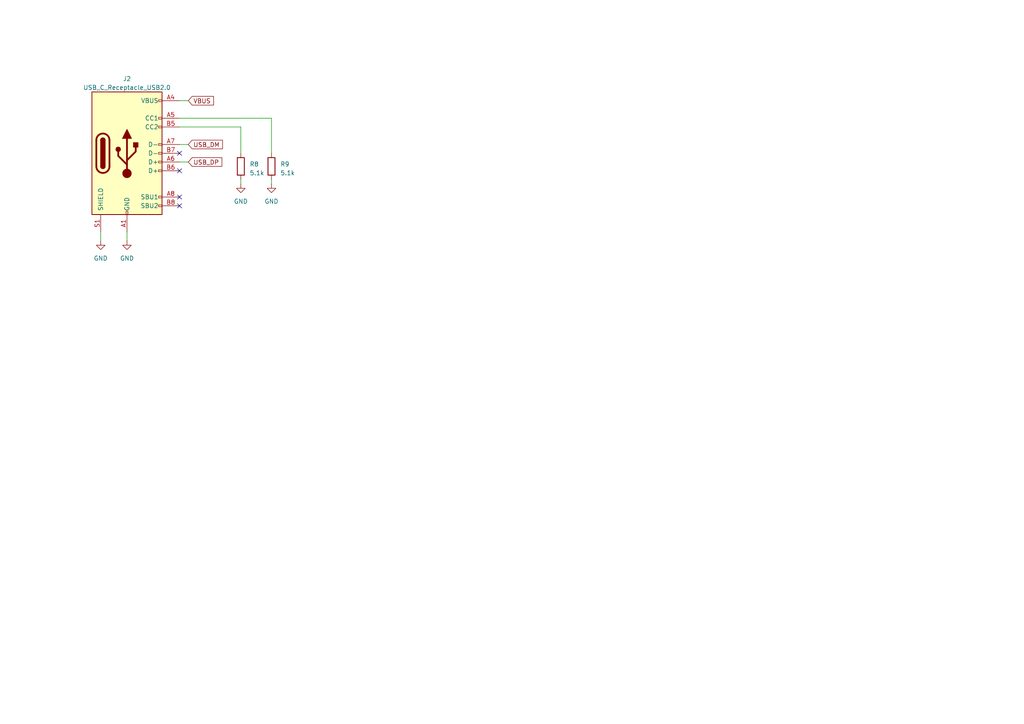
<source format=kicad_sch>
(kicad_sch (version 20230121) (generator eeschema)
  (paper "A4")
  (lib_symbols
    (symbol "Connector:USB_C_Receptacle_USB2.0" (pin_names (offset 1.016))
      (property "Reference" "J" (at -10.16 19.05 0))
      (property "Value" "USB_C_Receptacle_USB2.0" (at 19.05 19.05 0))
      (symbol "USB_C_Receptacle_USB2.0_0_0"
        (rectangle (start -0.254 -17.78) (end 0.254 -16.764))
        (rectangle (start 10.16 -14.986) (end 9.144 -15.494))
        (rectangle (start 10.16 -12.446) (end 9.144 -12.954))
        (rectangle (start 10.16 -4.826) (end 9.144 -5.334))
        (rectangle (start 10.16 -2.286) (end 9.144 -2.794))
        (rectangle (start 10.16 0.254) (end 9.144 -0.254))
        (rectangle (start 10.16 2.794) (end 9.144 2.286))
        (rectangle (start 10.16 7.874) (end 9.144 7.366))
        (rectangle (start 10.16 10.414) (end 9.144 9.906))
        (rectangle (start 10.16 15.494) (end 9.144 14.986))
      )
      (symbol "USB_C_Receptacle_USB2.0_0_1"
        (rectangle (start -10.16 17.78) (end 10.16 -17.78) (stroke (width 0.254)) (fill (type background)))
        (arc (start -8.89 -3.81) (mid -6.985 -5.7067) (end -5.08 -3.81) (stroke (width 0.508)))
        (arc (start -7.62 -3.81) (mid -6.985 -4.4423) (end -6.35 -3.81) (stroke (width 0.254)))
        (arc (start -7.62 -3.81) (mid -6.985 -4.4423) (end -6.35 -3.81) (stroke (width 0.254)) (fill (type outline)))
        (rectangle (start -7.62 -3.81) (end -6.35 3.81) (stroke (width 0.254)) (fill (type outline)))
        (arc (start -6.35 3.81) (mid -6.985 4.4423) (end -7.62 3.81) (stroke (width 0.254)))
        (arc (start -6.35 3.81) (mid -6.985 4.4423) (end -7.62 3.81) (stroke (width 0.254)) (fill (type outline)))
        (arc (start -5.08 3.81) (mid -6.985 5.7067) (end -8.89 3.81) (stroke (width 0.508)))
        (circle (center -2.54 1.143) (radius 0.635) (stroke (width 0.254)) (fill (type outline)))
        (circle (center 0 -5.842) (radius 1.27) (fill (type outline)))
        (polyline (pts (xy -8.89 -3.81) (xy -8.89 3.81)) (stroke (width 0.508)))
        (polyline (pts (xy -5.08 3.81) (xy -5.08 -3.81)) (stroke (width 0.508)))
        (polyline (pts (xy 0 -5.842) (xy 0 4.318)) (stroke (width 0.508)))
        (polyline (pts (xy 0 -3.302) (xy -2.54 -0.762) (xy -2.54 0.508)) (stroke (width 0.508)))
        (polyline (pts (xy 0 -2.032) (xy 2.54 0.508) (xy 2.54 1.778)) (stroke (width 0.508)))
        (polyline (pts (xy -1.27 4.318) (xy 0 6.858) (xy 1.27 4.318) (xy -1.27 4.318)) (stroke (width 0.254)) (fill (type outline)))
        (rectangle (start 1.905 1.778) (end 3.175 3.048) (stroke (width 0.254)) (fill (type outline)))
      )
      (symbol "USB_C_Receptacle_USB2.0_1_1"
        (pin passive line (at 0 -22.86 90) (length 5.08) (name "GND") (number "A1"))
        (pin passive line (at 0 -22.86 90) (length 5.08) hide (name "GND") (number "A12"))
        (pin passive line (at 15.24 15.24 180) (length 5.08) (name "VBUS") (number "A4"))
        (pin bidirectional line (at 15.24 10.16 180) (length 5.08) (name "CC1") (number "A5"))
        (pin bidirectional line (at 15.24 -2.54 180) (length 5.08) (name "D+") (number "A6"))
        (pin bidirectional line (at 15.24 2.54 180) (length 5.08) (name "D-") (number "A7"))
        (pin bidirectional line (at 15.24 -12.7 180) (length 5.08) (name "SBU1") (number "A8"))
        (pin passive line (at 15.24 15.24 180) (length 5.08) hide (name "VBUS") (number "A9"))
        (pin passive line (at 0 -22.86 90) (length 5.08) hide (name "GND") (number "B1"))
        (pin passive line (at 0 -22.86 90) (length 5.08) hide (name "GND") (number "B12"))
        (pin passive line (at 15.24 15.24 180) (length 5.08) hide (name "VBUS") (number "B4"))
        (pin bidirectional line (at 15.24 7.62 180) (length 5.08) (name "CC2") (number "B5"))
        (pin bidirectional line (at 15.24 -5.08 180) (length 5.08) (name "D+") (number "B6"))
        (pin bidirectional line (at 15.24 0 180) (length 5.08) (name "D-") (number "B7"))
        (pin bidirectional line (at 15.24 -15.24 180) (length 5.08) (name "SBU2") (number "B8"))
        (pin passive line (at 15.24 15.24 180) (length 5.08) hide (name "VBUS") (number "B9"))
        (pin passive line (at -7.62 -22.86 90) (length 5.08) (name "SHIELD") (number "S1"))
      )
    )
    (symbol "Device:R" (pin_numbers hide) (pin_names (offset 0))
      (property "Reference" "R" (at 2.032 0 90))
      (property "Value" "R" (at 0 0 90))
      (symbol "R_0_1"
        (rectangle (start -1.016 -2.54) (end 1.016 2.54) (stroke (width 0.254)))
      )
      (symbol "R_1_1"
        (pin passive line (at 0 3.81 270) (length 1.27) (name "~") (number "1"))
        (pin passive line (at 0 -3.81 90) (length 1.27) (name "~") (number "2"))
      )
    )
    (symbol "power:GND" (power) (pin_names (offset 0))
      (property "Value" "GND" (at 0 -3.81 0))
      (symbol "GND_0_1"
        (polyline (pts (xy 0 0) (xy 0 -1.27) (xy 1.27 -1.27) (xy 0 -2.54) (xy -1.27 -1.27) (xy 0 -1.27)))
      )
      (symbol "GND_1_1"
        (pin power_in line (at 0 0 270) (length 0) hide (name "GND") (number "1"))
      )
    )
  )
  (no_connect (at 52.07 44.45))
  (no_connect (at 52.07 49.53))
  (no_connect (at 52.07 59.69))
  (no_connect (at 52.07 57.15))
  (wire (pts (xy 69.85 52.07) (xy 69.85 53.34)))
  (wire (pts (xy 52.07 41.91) (xy 54.61 41.91)))
  (wire (pts (xy 69.85 36.83) (xy 69.85 44.45)))
  (wire (pts (xy 78.74 52.07) (xy 78.74 53.34)))
  (wire (pts (xy 36.83 67.31) (xy 36.83 69.85)))
  (wire (pts (xy 52.07 29.21) (xy 54.61 29.21)))
  (wire (pts (xy 78.74 34.29) (xy 78.74 44.45)))
  (wire (pts (xy 52.07 36.83) (xy 69.85 36.83)))
  (wire (pts (xy 54.61 46.99) (xy 52.07 46.99)))
  (wire (pts (xy 29.21 67.31) (xy 29.21 69.85)))
  (wire (pts (xy 52.07 34.29) (xy 78.74 34.29)))
  (global_label "USB_DP" (shape input) (at 54.61 46.99 0) (property "Intersheetrefs" "${INTERSHEET_REFS}" (effects hide)))
  (global_label "USB_DM" (shape input) (at 54.61 41.91 0) (property "Intersheetrefs" "${INTERSHEET_REFS}" (effects hide)))
  (global_label "VBUS" (shape input) (at 54.61 29.21 0) (property "Intersheetrefs" "${INTERSHEET_REFS}" (effects hide)))
  (symbol (lib_id "power:GND") (at 36.83 69.85 0) (unit 1)
    (property "Reference" "#PWR027" (effects hide))
    (property "Value" "GND" (at 36.83 74.93 0))
  )
  (symbol (lib_id "Device:R") (at 69.85 48.26 0) (unit 1)
    (property "Reference" "R8" (at 72.39 47.625 0) (effects (justify left)))
    (property "Value" "5.1k" (at 72.39 50.165 0) (effects (justify left)))
    (property "Footprint" "Resistor_SMD:R_0603_1608Metric_Pad0.98x0.95mm_HandSolder" (effects hide))
  )
  (symbol (lib_id "Device:R") (at 78.74 48.26 0) (unit 1)
    (property "Reference" "R9" (at 81.28 47.625 0) (effects (justify left)))
    (property "Value" "5.1k" (at 81.28 50.165 0) (effects (justify left)))
    (property "Footprint" "Resistor_SMD:R_0603_1608Metric_Pad0.98x0.95mm_HandSolder" (effects hide))
  )
  (symbol (lib_id "power:GND") (at 29.21 69.85 0) (unit 1)
    (property "Reference" "#PWR026" (effects hide))
    (property "Value" "GND" (at 29.21 74.93 0))
  )
  (symbol (lib_id "Connector:USB_C_Receptacle_USB2.0") (at 36.83 44.45 0) (unit 1)
    (property "Reference" "J2" (at 36.83 22.86 0))
    (property "Value" "USB_C_Receptacle_USB2.0" (at 36.83 25.4 0))
    (property "Datasheet" "https://www.usb.org/sites/default/files/documents/usb_type-c.zip" (effects hide))
  )
  (symbol (lib_id "power:GND") (at 69.85 53.34 0) (unit 1)
    (property "Reference" "#PWR028" (effects hide))
    (property "Value" "GND" (at 69.85 58.42 0))
  )
  (symbol (lib_id "power:GND") (at 78.74 53.34 0) (unit 1)
    (property "Reference" "#PWR029" (effects hide))
    (property "Value" "GND" (at 78.74 58.42 0))
  )
)
</source>
